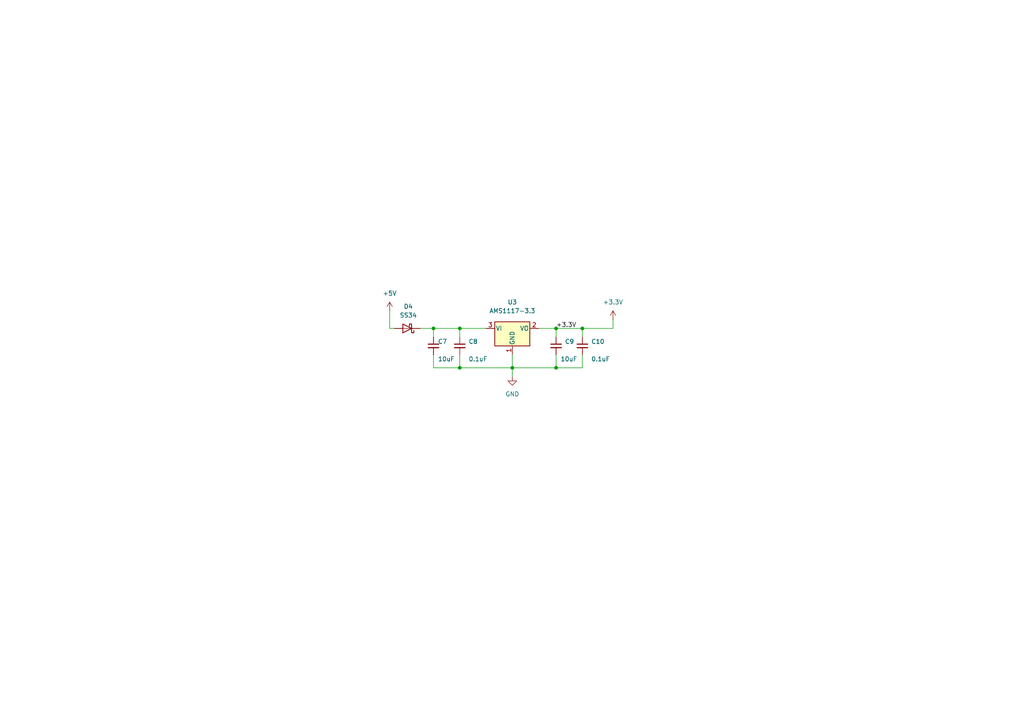
<source format=kicad_sch>
(kicad_sch (version 20211123) (generator eeschema)
  (paper "A4")
  (lib_symbols
    (symbol "Device:C_Small" (pin_numbers hide) (pin_names (offset 0.254) hide)
      (property "Reference" "C" (at 0.254 1.778 0))
      (property "Value" "C_Small" (at 0.254 -2.032 0))
      (symbol "C_Small_0_1"
        (polyline (pts (xy -1.524 -0.508) (xy 1.524 -0.508)) (stroke (width 0.3302)))
        (polyline (pts (xy -1.524 0.508) (xy 1.524 0.508)) (stroke (width 0.3048)))
      )
      (symbol "C_Small_1_1"
        (pin passive line (at 0 2.54 270) (length 2.032) (name "~") (number "1"))
        (pin passive line (at 0 -2.54 90) (length 2.032) (name "~") (number "2"))
      )
    )
    (symbol "Device:D_Schottky" (pin_numbers hide) (pin_names (offset 1.016) hide)
      (property "Reference" "D" (at 0 2.54 0))
      (property "Value" "D_Schottky" (at 0 -2.54 0))
      (symbol "D_Schottky_0_1"
        (polyline (pts (xy 1.27 0) (xy -1.27 0)))
        (polyline (pts (xy 1.27 1.27) (xy 1.27 -1.27) (xy -1.27 0) (xy 1.27 1.27)) (stroke (width 0.254)))
        (polyline (pts (xy -1.905 0.635) (xy -1.905 1.27) (xy -1.27 1.27) (xy -1.27 -1.27) (xy -0.635 -1.27) (xy -0.635 -0.635)) (stroke (width 0.254)))
      )
      (symbol "D_Schottky_1_1"
        (pin passive line (at -3.81 0 0) (length 2.54) (name "K") (number "1"))
        (pin passive line (at 3.81 0 180) (length 2.54) (name "A") (number "2"))
      )
    )
    (symbol "Regulator_Linear:AMS1117-3.3" (pin_names (offset 0.254))
      (property "Reference" "U" (at -3.81 3.175 0))
      (property "Value" "AMS1117-3.3" (at 0 3.175 0))
      (symbol "AMS1117-3.3_0_1"
        (rectangle (start -5.08 -5.08) (end 5.08 1.905) (stroke (width 0.254)) (fill (type background)))
      )
      (symbol "AMS1117-3.3_1_1"
        (pin power_in line (at 0 -7.62 90) (length 2.54) (name "GND") (number "1"))
        (pin power_out line (at 7.62 0 180) (length 2.54) (name "VO") (number "2"))
        (pin power_in line (at -7.62 0 0) (length 2.54) (name "VI") (number "3"))
      )
    )
    (symbol "power:+3.3V" (power) (pin_names (offset 0))
      (property "Value" "+3.3V" (at 0 3.556 0))
      (symbol "+3.3V_0_1"
        (polyline (pts (xy -0.762 1.27) (xy 0 2.54)))
        (polyline (pts (xy 0 0) (xy 0 2.54)))
        (polyline (pts (xy 0 2.54) (xy 0.762 1.27)))
      )
      (symbol "+3.3V_1_1"
        (pin power_in line (at 0 0 90) (length 0) hide (name "+3.3V") (number "1"))
      )
    )
    (symbol "power:+5V" (power) (pin_names (offset 0))
      (property "Value" "+5V" (at 0 3.556 0))
      (symbol "+5V_0_1"
        (polyline (pts (xy -0.762 1.27) (xy 0 2.54)))
        (polyline (pts (xy 0 0) (xy 0 2.54)))
        (polyline (pts (xy 0 2.54) (xy 0.762 1.27)))
      )
      (symbol "+5V_1_1"
        (pin power_in line (at 0 0 90) (length 0) hide (name "+5V") (number "1"))
      )
    )
    (symbol "power:GND" (power) (pin_names (offset 0))
      (property "Value" "GND" (at 0 -3.81 0))
      (symbol "GND_0_1"
        (polyline (pts (xy 0 0) (xy 0 -1.27) (xy 1.27 -1.27) (xy 0 -2.54) (xy -1.27 -1.27) (xy 0 -1.27)))
      )
      (symbol "GND_1_1"
        (pin power_in line (at 0 0 270) (length 0) hide (name "GND") (number "1"))
      )
    )
  )
  (junction (at 133.35 106.68))
  (junction (at 161.29 106.68))
  (junction (at 161.29 95.25))
  (junction (at 168.91 95.25))
  (junction (at 148.59 106.68))
  (junction (at 125.73 95.25))
  (junction (at 133.35 95.25))
  (wire (pts (xy 125.73 106.68) (xy 133.35 106.68)))
  (wire (pts (xy 113.03 90.17) (xy 113.03 95.25)))
  (wire (pts (xy 156.21 95.25) (xy 161.29 95.25)))
  (wire (pts (xy 125.73 102.87) (xy 125.73 106.68)))
  (wire (pts (xy 168.91 106.68) (xy 168.91 102.87)))
  (wire (pts (xy 161.29 106.68) (xy 168.91 106.68)))
  (wire (pts (xy 168.91 95.25) (xy 161.29 95.25)))
  (wire (pts (xy 133.35 97.79) (xy 133.35 95.25)))
  (wire (pts (xy 177.8 92.71) (xy 177.8 95.25)))
  (wire (pts (xy 148.59 102.87) (xy 148.59 106.68)))
  (wire (pts (xy 125.73 97.79) (xy 125.73 95.25)))
  (wire (pts (xy 161.29 102.87) (xy 161.29 106.68)))
  (wire (pts (xy 148.59 106.68) (xy 148.59 109.22)))
  (wire (pts (xy 168.91 97.79) (xy 168.91 95.25)))
  (wire (pts (xy 133.35 102.87) (xy 133.35 106.68)))
  (wire (pts (xy 133.35 95.25) (xy 140.97 95.25)))
  (wire (pts (xy 177.8 95.25) (xy 168.91 95.25)))
  (wire (pts (xy 121.92 95.25) (xy 125.73 95.25)))
  (wire (pts (xy 148.59 106.68) (xy 161.29 106.68)))
  (wire (pts (xy 125.73 95.25) (xy 133.35 95.25)))
  (wire (pts (xy 113.03 95.25) (xy 114.3 95.25)))
  (wire (pts (xy 161.29 95.25) (xy 161.29 97.79)))
  (wire (pts (xy 133.35 106.68) (xy 148.59 106.68)))
  (label "+3.3V" (at 161.29 95.25 0))
  (symbol (lib_id "Device:C_Small") (at 125.73 100.33 0) (unit 1)
    (property "Reference" "C7" (at 127 99.06 0) (effects (justify left)))
    (property "Value" "10uF" (at 127 104.14 0) (effects (justify left)))
    (property "Footprint" "Capacitor_SMD:C_0603_1608Metric" (effects hide))
  )
  (symbol (lib_id "Device:C_Small") (at 133.35 100.33 0) (unit 1)
    (property "Reference" "C8" (at 135.89 99.0662 0) (effects (justify left)))
    (property "Value" "0.1uF" (at 135.89 104.14 0) (effects (justify left)))
    (property "Footprint" "Capacitor_SMD:C_0603_1608Metric" (effects hide))
  )
  (symbol (lib_id "power:+5V") (at 113.03 90.17 0) (unit 1)
    (property "Reference" "#PWR028" (effects hide))
    (property "Value" "+5V" (at 113.03 85.09 0))
  )
  (symbol (lib_id "Device:D_Schottky") (at 118.11 95.25 180) (unit 1)
    (property "Reference" "D4" (at 118.4275 88.9 0))
    (property "Value" "SS34" (at 118.4275 91.44 0))
    (property "Footprint" "Diode_SMD:D_SMA" (effects hide))
  )
  (symbol (lib_id "power:GND") (at 148.59 109.22 0) (unit 1)
    (property "Reference" "#PWR029" (effects hide))
    (property "Value" "GND" (at 148.59 114.3 0))
  )
  (symbol (lib_id "Regulator_Linear:AMS1117-3.3") (at 148.59 95.25 0) (unit 1)
    (property "Reference" "U3" (at 148.59 87.63 0))
    (property "Value" "AMS1117-3.3" (at 148.59 90.17 0))
    (property "Footprint" "Package_TO_SOT_SMD:SOT-223-3_TabPin2" (effects hide))
    (property "Datasheet" "http://www.advanced-monolithic.com/pdf/ds1117.pdf" (effects hide))
  )
  (symbol (lib_id "power:+3.3V") (at 177.8 92.71 0) (unit 1)
    (property "Reference" "#PWR030" (effects hide))
    (property "Value" "+3.3V" (at 177.8 87.63 0))
  )
  (symbol (lib_id "Device:C_Small") (at 168.91 100.33 0) (unit 1)
    (property "Reference" "C10" (at 171.45 99.0662 0) (effects (justify left)))
    (property "Value" "0.1uF" (at 171.45 104.14 0) (effects (justify left)))
    (property "Footprint" "Capacitor_SMD:C_0603_1608Metric" (effects hide))
  )
  (symbol (lib_id "Device:C_Small") (at 161.29 100.33 0) (unit 1)
    (property "Reference" "C9" (at 163.83 99.0662 0) (effects (justify left)))
    (property "Value" "10uF" (at 162.56 104.14 0) (effects (justify left)))
    (property "Footprint" "Capacitor_SMD:C_0603_1608Metric" (effects hide))
  )
)
</source>
